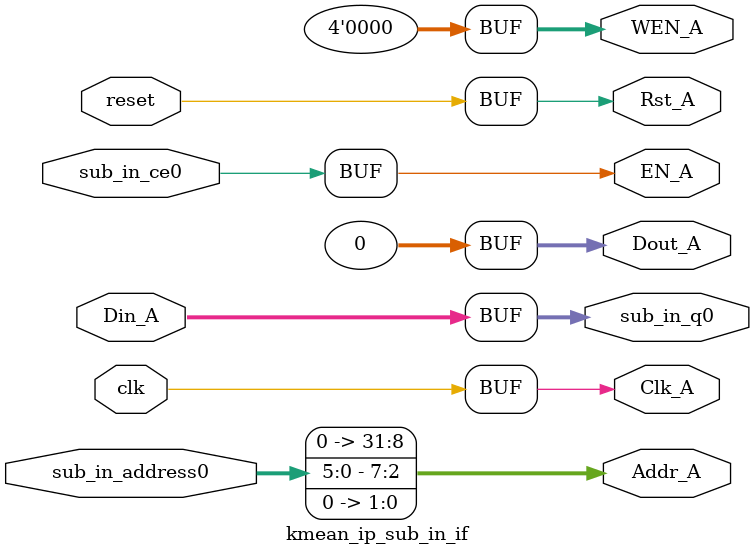
<source format=v>


`timescale 1ns/1ps

module kmean_ip_sub_in_if (
    // system singals
    input  wire        clk,
    input  wire        reset,
    // user signals
    input  wire [5:0]  sub_in_address0,
    input  wire        sub_in_ce0,
    output wire [31:0] sub_in_q0,
    // bus signals
    output wire        Clk_A,
    output wire        Rst_A,
    output wire        EN_A,
    output wire [3:0]  WEN_A,
    output wire [31:0] Addr_A,
    output wire [31:0] Dout_A,
    input  wire [31:0] Din_A
);
//------------------------Body---------------------------
assign Clk_A     = clk;
assign Rst_A     = reset;
assign EN_A      = sub_in_ce0;
assign Addr_A    = {sub_in_address0, 2'b0};
assign WEN_A     = 4'b0;
assign Dout_A    = 32'b0;
assign sub_in_q0 = Din_A[31:0];

endmodule

</source>
